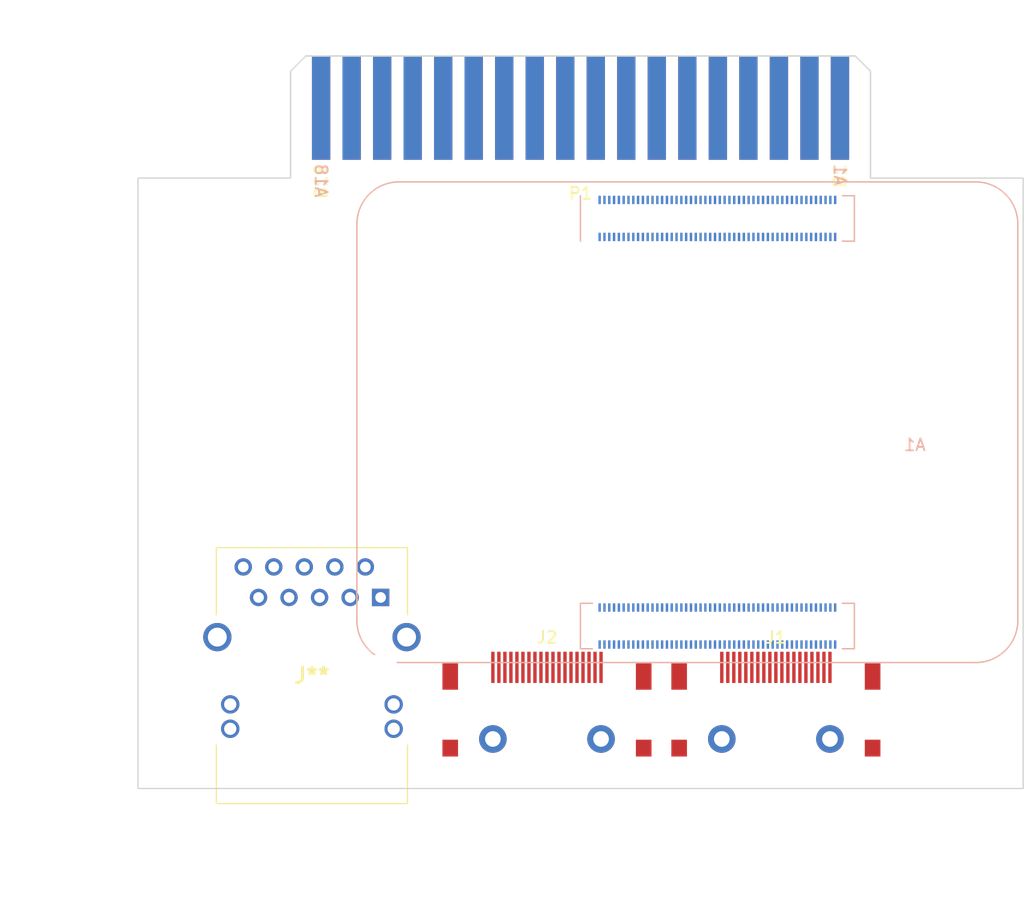
<source format=kicad_pcb>
(kicad_pcb (version 20211014) (generator pcbnew)
  (title_block (title "1240-Pi ROM Pack") (date "2022-05-21") (rev "1.0") (company "© 2022 Sam Hanes, licensed under CERN-OHL-S v2+") (comment 1 "https://github.com/Elemecca/1240pi"))
  (layers (0 "F.Cu" signal) (1 "In1.Cu" signal) (2 "In2.Cu" signal) (31 "B.Cu" signal) (34 "B.Paste" user) (35 "F.Paste" user) (36 "B.SilkS" user "B.Silkscreen") (37 "F.SilkS" user "F.Silkscreen") (38 "B.Mask" user) (39 "F.Mask" user) (44 "Edge.Cuts" user))
  (net 0 "")
  (net 1 "GND")
  (net 2 "+5V")
  (net 3 "/C_A13")
  (net 4 "/C_A14")
  (net 5 "/C_A15")
  (net 6 "/C_D3")
  (net 7 "/C_D4")
  (net 8 "/C_D5")
  (net 9 "/C_D6")
  (net 10 "/C_D7")
  (net 11 "/C_~{CS0}")
  (net 12 "/C_~{CS3}")
  (net 13 "/C_A10")
  (net 14 "/C_~{OE}")
  (net 15 "/C_A11")
  (net 16 "/C_D0")
  (net 17 "/C_D1")
  (net 18 "/C_~{CS1}")
  (net 19 "/C_SEL1")
  (net 20 "/C_SEL0")
  (net 21 "/C_A2")
  (net 22 "/C_A3")
  (net 23 "/C_A4")
  (net 24 "/C_A5")
  (net 25 "/C_A6")
  (net 26 "/C_A7")
  (net 27 "/C_A8")
  (net 28 "/C_A9")
  (net 29 "/C_~{WE}")
  (net 30 "/C_D2")
  (net 31 "/C_A12")
  (net 32 "/C_A0")
  (net 33 "/C_A1")
  (net 34 "/C_~{CS2}")
  (net 56 "/PI_GPIO_VREF")
  (footprint "0Local:CNC_2000-1-2-41-00-BK" (layer "F.Cu") (at 168.656 104.22)
    (fp_text reference "J1" (at 0 -2.5 unlocked) (layer "F.SilkS"))
    (fp_text value "HDMI_A")
    (pad "1" smd rect (at 4.5 0) (size 0.28 2.6) (layers "F.Cu" "F.Paste" "F.Mask"))
    (pad "2" smd rect (at 4 0) (size 0.28 2.6) (layers "F.Cu" "F.Paste" "F.Mask") (net 1 "GND"))
    (pad "3" smd rect (at 3.5 0) (size 0.28 2.6) (layers "F.Cu" "F.Paste" "F.Mask"))
    (pad "4" smd rect (at 3 0) (size 0.28 2.6) (layers "F.Cu" "F.Paste" "F.Mask"))
    (pad "5" smd rect (at 2.5 0) (size 0.28 2.6) (layers "F.Cu" "F.Paste" "F.Mask") (net 1 "GND"))
    (pad "6" smd rect (at 2 0) (size 0.28 2.6) (layers "F.Cu" "F.Paste" "F.Mask"))
    (pad "7" smd rect (at 1.5 0) (size 0.28 2.6) (layers "F.Cu" "F.Paste" "F.Mask"))
    (pad "8" smd rect (at 1 0) (size 0.28 2.6) (layers "F.Cu" "F.Paste" "F.Mask") (net 1 "GND"))
    (pad "9" smd rect (at 0.5 0) (size 0.28 2.6) (layers "F.Cu" "F.Paste" "F.Mask"))
    (pad "10" smd rect (at 0 0) (size 0.28 2.6) (layers "F.Cu" "F.Paste" "F.Mask"))
    (pad "11" smd rect (at -0.5 0) (size 0.28 2.6) (layers "F.Cu" "F.Paste" "F.Mask") (net 1 "GND"))
    (pad "12" smd rect (at -1 0) (size 0.28 2.6) (layers "F.Cu" "F.Paste" "F.Mask"))
    (pad "13" smd rect (at -1.5 0) (size 0.28 2.6) (layers "F.Cu" "F.Paste" "F.Mask"))
    (pad "14" smd rect (at -2 0) (size 0.28 2.6) (layers "F.Cu" "F.Paste" "F.Mask"))
    (pad "15" smd rect (at -2.5 0) (size 0.28 2.6) (layers "F.Cu" "F.Paste" "F.Mask"))
    (pad "16" smd rect (at -3 0) (size 0.28 2.6) (layers "F.Cu" "F.Paste" "F.Mask"))
    (pad "17" smd rect (at -3.5 0) (size 0.28 2.6) (layers "F.Cu" "F.Paste" "F.Mask") (net 1 "GND"))
    (pad "18" smd rect (at -4 0) (size 0.28 2.6) (layers "F.Cu" "F.Paste" "F.Mask"))
    (pad "19" smd rect (at -4.5 0) (size 0.28 2.6) (layers "F.Cu" "F.Paste" "F.Mask"))
    (pad "SHLD" smd rect (at 8.05 0.76) (size 1.3 2.2) (layers "F.Cu" "F.Paste" "F.Mask"))
    (pad "SHLD" smd rect (at -8.05 6.72) (size 1.3 1.4) (layers "F.Cu" "F.Paste" "F.Mask"))
    (pad "SHLD" smd rect (at 8.05 6.72) (size 1.3 1.4) (layers "F.Cu" "F.Paste" "F.Mask"))
    (pad "SHLD" thru_hole circle (at -4.5 5.96) (size 2.3 2.3) (drill 1.3) (layers *.Cu *.Mask))
    (pad "SHLD" thru_hole circle (at 4.5 5.96) (size 2.3 2.3) (drill 1.3) (layers *.Cu *.Mask))
    (pad "SHLD" smd rect (at -8.05 0.76) (size 1.3 2.2) (layers "F.Cu" "F.Paste" "F.Mask"))
  )
  (footprint "0Local:Abracon_ARJM11D7-502-AB-EW2" (layer "F.Cu") (at 135.763 98.402)
    (fp_text reference "J**" (at -5.715 6.5) (layer "F.SilkS") (effects (font (size 1.27 1.27) (thickness 0.254))))
    (fp_text value "Abracon_ARJM11D7-502-AB-EW2" hide)
    (fp_line (start -13.665 12.21) (end -13.665 12.21) (layer "F.SilkS") (width 0.1))
    (fp_line (start 2.235 17.15) (end 2.235 12.21) (layer "F.SilkS") (width 0.1))
    (fp_line (start 2.235 -4.15) (end 2.235 -4.15) (layer "F.SilkS") (width 0.1))
    (fp_line (start -13.665 1.46) (end -13.665 -4.15) (layer "F.SilkS") (width 0.1))
    (fp_line (start -13.665 17.15) (end -13.665 17.15) (layer "F.SilkS") (width 0.1))
    (fp_line (start 2.235 -4.15) (end 2.235 -4.15) (layer "F.SilkS") (width 0.1))
    (fp_line (start -13.665 12.21) (end -13.665 17.15) (layer "F.SilkS") (width 0.1))
    (fp_line (start -13.665 17.15) (end 2.16 17.15) (layer "F.SilkS") (width 0.1))
    (fp_line (start 2.235 -4.15) (end 2.235 1.46) (layer "F.SilkS") (width 0.1))
    (fp_line (start 2.235 12.21) (end 2.235 17.15) (layer "F.SilkS") (width 0.1))
    (fp_line (start 2.235 12.21) (end 2.235 12.21) (layer "F.SilkS") (width 0.1))
    (fp_line (start 2.235 17.15) (end 2.235 17.15) (layer "F.SilkS") (width 0.1))
    (fp_line (start 2.235 1.46) (end 2.235 1.46) (layer "F.SilkS") (width 0.1))
    (fp_line (start -13.665 -4.15) (end -13.665 -4.15) (layer "F.SilkS") (width 0.1))
    (fp_line (start -13.665 -4.15) (end -13.665 -4.15) (layer "F.SilkS") (width 0.1))
    (fp_line (start 2.16 17.15) (end 2.16 17.15) (layer "F.SilkS") (width 0.1))
    (fp_line (start -13.665 -4.15) (end -13.665 1.46) (layer "F.SilkS") (width 0.1))
    (fp_line (start -13.665 1.46) (end -13.665 1.46) (layer "F.SilkS") (width 0.1))
    (fp_line (start -13.665 17.15) (end -13.665 17.15) (layer "F.SilkS") (width 0.1))
    (fp_line (start 2.16 17.15) (end -13.665 17.15) (layer "F.SilkS") (width 0.1))
    (fp_line (start 2.235 1.46) (end 2.235 -4.15) (layer "F.SilkS") (width 0.1))
    (fp_line (start -13.665 -4.15) (end 2.235 -4.15) (layer "F.SilkS") (width 0.1))
    (fp_line (start 2.235 -4.15) (end -13.665 -4.15) (layer "F.SilkS") (width 0.1))
    (fp_line (start -13.665 17.15) (end -13.665 12.21) (layer "F.SilkS") (width 0.1))
    (pad "" np_thru_hole circle (at -11.43 6.35) (size 3.25 3.25) (drill 3.25) (layers *.Cu *.Mask))
    (pad "" np_thru_hole circle (at 0 6.35) (size 3.25 3.25) (drill 3.25) (layers *.Cu *.Mask))
    (pad "1" thru_hole rect (at 0 0) (size 1.446 1.446) (drill 0.89) (layers *.Cu *.Mask))
    (pad "2" thru_hole circle (at -1.27 -2.54) (size 1.446 1.446) (drill 0.89) (layers *.Cu *.Mask))
    (pad "3" thru_hole circle (at -2.54 0) (size 1.446 1.446) (drill 0.89) (layers *.Cu *.Mask))
    (pad "4" thru_hole circle (at -3.81 -2.54) (size 1.446 1.446) (drill 0.89) (layers *.Cu *.Mask))
    (pad "5" thru_hole circle (at -5.08 0) (size 1.446 1.446) (drill 0.89) (layers *.Cu *.Mask))
    (pad "6" thru_hole circle (at -6.35 -2.54) (size 1.446 1.446) (drill 0.89) (layers *.Cu *.Mask))
    (pad "7" thru_hole circle (at -7.62 0) (size 1.446 1.446) (drill 0.89) (layers *.Cu *.Mask))
    (pad "8" thru_hole circle (at -8.89 -2.54) (size 1.446 1.446) (drill 0.89) (layers *.Cu *.Mask))
    (pad "9" thru_hole circle (at -10.16 0) (size 1.446 1.446) (drill 0.89) (layers *.Cu *.Mask))
    (pad "10" thru_hole circle (at -11.43 -2.54) (size 1.446 1.446) (drill 0.89) (layers *.Cu *.Mask))
    (pad "L1" thru_hole circle (at -12.515 8.9) (size 1.53 1.53) (drill 1.02) (layers *.Cu *.Mask))
    (pad "L2" thru_hole circle (at -12.515 10.93) (size 1.53 1.53) (drill 1.02) (layers *.Cu *.Mask))
    (pad "L3" thru_hole circle (at 1.085 8.9) (size 1.53 1.53) (drill 1.02) (layers *.Cu *.Mask))
    (pad "L4" thru_hole circle (at 1.085 10.93) (size 1.53 1.53) (drill 1.02) (layers *.Cu *.Mask))
    (pad "MH1" thru_hole circle (at -13.59 3.3) (size 2.355 2.355) (drill 1.57) (layers *.Cu *.Mask))
    (pad "MH2" thru_hole circle (at 2.16 3.3) (size 2.355 2.355) (drill 1.57) (layers *.Cu *.Mask))
  )
  (footprint "0Local:CNC_2000-1-2-41-00-BK" (layer "F.Cu") (at 149.606 104.22)
    (fp_text reference "J2" (at 0 -2.5 unlocked) (layer "F.SilkS"))
    (fp_text value "HDMI_A")
    (pad "1" smd rect (at 4.5 0) (size 0.28 2.6) (layers "F.Cu" "F.Paste" "F.Mask"))
    (pad "2" smd rect (at 4 0) (size 0.28 2.6) (layers "F.Cu" "F.Paste" "F.Mask") (net 1 "GND"))
    (pad "3" smd rect (at 3.5 0) (size 0.28 2.6) (layers "F.Cu" "F.Paste" "F.Mask"))
    (pad "4" smd rect (at 3 0) (size 0.28 2.6) (layers "F.Cu" "F.Paste" "F.Mask"))
    (pad "5" smd rect (at 2.5 0) (size 0.28 2.6) (layers "F.Cu" "F.Paste" "F.Mask") (net 1 "GND"))
    (pad "6" smd rect (at 2 0) (size 0.28 2.6) (layers "F.Cu" "F.Paste" "F.Mask"))
    (pad "7" smd rect (at 1.5 0) (size 0.28 2.6) (layers "F.Cu" "F.Paste" "F.Mask"))
    (pad "8" smd rect (at 1 0) (size 0.28 2.6) (layers "F.Cu" "F.Paste" "F.Mask") (net 1 "GND"))
    (pad "9" smd rect (at 0.5 0) (size 0.28 2.6) (layers "F.Cu" "F.Paste" "F.Mask"))
    (pad "10" smd rect (at 0 0) (size 0.28 2.6) (layers "F.Cu" "F.Paste" "F.Mask"))
    (pad "11" smd rect (at -0.5 0) (size 0.28 2.6) (layers "F.Cu" "F.Paste" "F.Mask") (net 1 "GND"))
    (pad "12" smd rect (at -1 0) (size 0.28 2.6) (layers "F.Cu" "F.Paste" "F.Mask"))
    (pad "13" smd rect (at -1.5 0) (size 0.28 2.6) (layers "F.Cu" "F.Paste" "F.Mask"))
    (pad "14" smd rect (at -2 0) (size 0.28 2.6) (layers "F.Cu" "F.Paste" "F.Mask"))
    (pad "15" smd rect (at -2.5 0) (size 0.28 2.6) (layers "F.Cu" "F.Paste" "F.Mask"))
    (pad "16" smd rect (at -3 0) (size 0.28 2.6) (layers "F.Cu" "F.Paste" "F.Mask"))
    (pad "17" smd rect (at -3.5 0) (size 0.28 2.6) (layers "F.Cu" "F.Paste" "F.Mask") (net 1 "GND"))
    (pad "18" smd rect (at -4 0) (size 0.28 2.6) (layers "F.Cu" "F.Paste" "F.Mask"))
    (pad "19" smd rect (at -4.5 0) (size 0.28 2.6) (layers "F.Cu" "F.Paste" "F.Mask"))
    (pad "SHLD" thru_hole circle (at 4.5 5.96) (size 2.3 2.3) (drill 1.3) (layers *.Cu *.Mask))
    (pad "SHLD" smd rect (at 8.05 6.72) (size 1.3 1.4) (layers "F.Cu" "F.Paste" "F.Mask"))
    (pad "SHLD" smd rect (at -8.05 0.76) (size 1.3 2.2) (layers "F.Cu" "F.Paste" "F.Mask"))
    (pad "SHLD" smd rect (at -8.05 6.72) (size 1.3 1.4) (layers "F.Cu" "F.Paste" "F.Mask"))
    (pad "SHLD" smd rect (at 8.05 0.76) (size 1.3 2.2) (layers "F.Cu" "F.Paste" "F.Mask"))
    (pad "SHLD" thru_hole circle (at -4.5 5.96) (size 2.3 2.3) (drill 1.3) (layers *.Cu *.Mask))
  )
  (footprint "0Local:CardEdge_18x2" (layer "B.Cu") (at 152.4 63.5 180)
    (fp_text reference "P1" (at 0 -1.27 unlocked) (layer "F.SilkS"))
    (fp_text value "CardEdge_ROMPACK")
    (fp_text user "A18" (at 21.59 1.27 270 unlocked) (layer "B.SilkS") (effects (justify right mirror)))
    (fp_text user "A1" (at -21.59 1.27 270 unlocked) (layer "B.SilkS") (effects (justify right mirror)))
    (fp_text user "B1" (at -21.59 1.27 90 unlocked) (layer "F.SilkS") (effects (justify right)))
    (fp_text user "B18" (at 21.59 1.27 90 unlocked) (layer "F.SilkS") (effects (justify right)))
    (fp_line (start 24.13 0) (end 24.13 8.89) (layer "Edge.Cuts") (width 0.12))
    (fp_line (start 24.13 8.89) (end 22.86 10.16) (layer "Edge.Cuts") (width 0.12))
    (fp_line (start 22.86 10.16) (end -22.86 10.16) (layer "Edge.Cuts") (width 0.12))
    (fp_line (start -22.86 10.16) (end -24.13 8.89) (layer "Edge.Cuts") (width 0.12))
    (fp_line (start -24.13 8.89) (end -24.13 0) (layer "Edge.Cuts") (width 0.12))
    (pad "A1" connect rect (at -21.59 5.842 180) (size 1.524 8.636) (layers "B.Cu" "B.Mask") (net 1 "GND"))
    (pad "A2" connect rect (at -19.05 5.842 180) (size 1.524 8.636) (layers "B.Cu" "B.Mask") (net 3 "/C_A13"))
    (pad "A3" connect rect (at -16.51 5.842 180) (size 1.524 8.636) (layers "B.Cu" "B.Mask") (net 4 "/C_A14"))
    (pad "A4" connect rect (at -13.97 5.842 180) (size 1.524 8.636) (layers "B.Cu" "B.Mask") (net 5 "/C_A15"))
    (pad "A5" connect rect (at -11.43 5.842 180) (size 1.524 8.636) (layers "B.Cu" "B.Mask") (net 6 "/C_D3"))
    (pad "A6" connect rect (at -8.89 5.842 180) (size 1.524 8.636) (layers "B.Cu" "B.Mask") (net 7 "/C_D4"))
    (pad "A7" connect rect (at -6.35 5.842 180) (size 1.524 8.636) (layers "B.Cu" "B.Mask") (net 8 "/C_D5"))
    (pad "A8" connect rect (at -3.81 5.842 180) (size 1.524 8.636) (layers "B.Cu" "B.Mask") (net 9 "/C_D6"))
    (pad "A9" connect rect (at -1.27 5.842 180) (size 1.524 8.636) (layers "B.Cu" "B.Mask") (net 10 "/C_D7"))
    (pad "A10" connect rect (at 1.27 5.842 180) (size 1.524 8.636) (layers "B.Cu" "B.Mask") (net 11 "/C_~{CS0}"))
    (pad "A11" connect rect (at 3.81 5.842 180) (size 1.524 8.636) (layers "B.Cu" "B.Mask") (net 12 "/C_~{CS3}"))
    (pad "A12" connect rect (at 6.35 5.842 180) (size 1.524 8.636) (layers "B.Cu" "B.Mask") (net 13 "/C_A10"))
    (pad "A13" connect rect (at 8.89 5.842 180) (size 1.524 8.636) (layers "B.Cu" "B.Mask") (net 14 "/C_~{OE}"))
    (pad "A14" connect rect (at 11.43 5.842 180) (size 1.524 8.636) (layers "B.Cu" "B.Mask") (net 15 "/C_A11"))
    (pad "A15" connect rect (at 13.97 5.842 180) (size 1.524 8.636) (layers "B.Cu" "B.Mask") (net 16 "/C_D0"))
    (pad "A16" connect rect (at 16.51 5.842 180) (size 1.524 8.636) (layers "B.Cu" "B.Mask") (net 17 "/C_D1"))
    (pad "A17" connect rect (at 19.05 5.842 180) (size 1.524 8.636) (layers "B.Cu" "B.Mask") (net 18 "/C_~{CS1}"))
    (pad "A18" connect rect (at 21.59 5.842 180) (size 1.524 8.636) (layers "B.Cu" "B.Mask") (net 1 "GND"))
    (pad "B1" connect rect (at -21.59 5.842 180) (size 1.524 8.636) (layers "F.Cu" "F.Mask") (net 2 "+5V"))
    (pad "B2" connect rect (at -19.05 5.842 180) (size 1.524 8.636) (layers "F.Cu" "F.Mask") (net 19 "/C_SEL1"))
    (pad "B3" connect rect (at -16.51 5.842 180) (size 1.524 8.636) (layers "F.Cu" "F.Mask") (net 20 "/C_SEL0"))
    (pad "B4" connect rect (at -13.97 5.842 180) (size 1.524 8.636) (layers "F.Cu" "F.Mask") (net 21 "/C_A2"))
    (pad "B5" connect rect (at -11.43 5.842 180) (size 1.524 8.636) (layers "F.Cu" "F.Mask") (net 22 "/C_A3"))
    (pad "B6" connect rect (at -8.89 5.842 180) (size 1.524 8.636) (layers "F.Cu" "F.Mask") (net 23 "/C_A4"))
    (pad "B7" connect rect (at -6.35 5.842 180) (size 1.524 8.636) (layers "F.Cu" "F.Mask") (net 24 "/C_A5"))
    (pad "B8" connect rect (at -3.81 5.842 180) (size 1.524 8.636) (layers "F.Cu" "F.Mask") (net 25 "/C_A6"))
    (pad "B9" connect rect (at -1.27 5.842 180) (size 1.524 8.636) (layers "F.Cu" "F.Mask") (net 26 "/C_A7"))
    (pad "B10" connect rect (at 1.27 5.842 180) (size 1.524 8.636) (layers "F.Cu" "F.Mask") (net 27 "/C_A8"))
    (pad "B11" connect rect (at 3.81 5.842 180) (size 1.524 8.636) (layers "F.Cu" "F.Mask") (net 28 "/C_A9"))
    (pad "B12" connect rect (at 6.35 5.842 180) (size 1.524 8.636) (layers "F.Cu" "F.Mask") (net 29 "/C_~{WE}"))
    (pad "B13" connect rect (at 8.89 5.842 180) (size 1.524 8.636) (layers "F.Cu" "F.Mask") (net 30 "/C_D2"))
    (pad "B14" connect rect (at 11.43 5.842 180) (size 1.524 8.636) (layers "F.Cu" "F.Mask") (net 31 "/C_A12"))
    (pad "B15" connect rect (at 13.97 5.842 180) (size 1.524 8.636) (layers "F.Cu" "F.Mask") (net 32 "/C_A0"))
    (pad "B16" connect rect (at 16.51 5.842 180) (size 1.524 8.636) (layers "F.Cu" "F.Mask") (net 33 "/C_A1"))
    (pad "B17" connect rect (at 19.05 5.842 180) (size 1.524 8.636) (layers "F.Cu" "F.Mask") (net 34 "/C_~{CS2}"))
    (pad "B18" connect rect (at 21.59 5.842 180) (size 1.524 8.636) (layers "F.Cu" "F.Mask") (net 2 "+5V"))
  )
  (footprint "0Local:RaspberryPi_CM4" (layer "B.Cu") (at 185.290003 67.320008 -90)
    (fp_text reference "A1" (at 18.38 5.08 180) (layer "B.SilkS") (effects (justify mirror)))
    (fp_text value "RaspberryPi_CM4")
    (fp_line (start 1.43 10.1) (end 1.43 11.1) (layer "B.SilkS") (width 0.12))
    (fp_line (start 35.35 32.9) (end 35.35 31.9) (layer "B.SilkS") (width 0.12))
    (fp_line (start 0 -3.5) (end 33 -3.5) (layer "B.SilkS") (width 0.12))
    (fp_line (start -3.5 48) (end -3.5 0) (layer "B.SilkS") (width 0.12))
    (fp_line (start 36.5 0) (end 36.5 48) (layer "B.SilkS") (width 0.12))
    (fp_line (start 31.57 32.9) (end 31.57 31.9) (layer "B.SilkS") (width 0.12))
    (fp_line (start 31.57 32.9) (end 35.35 32.9) (layer "B.SilkS") (width 0.12))
    (fp_line (start -2.35 10.1) (end 1.43 10.1) (layer "B.SilkS") (width 0.12))
    (fp_line (start -2.35 10.1) (end -2.35 11.1) (layer "B.SilkS") (width 0.12))
    (fp_line (start 31.57 10.1) (end 31.57 11.1) (layer "B.SilkS") (width 0.12))
    (fp_line (start -2.35 32.9) (end 1.43 32.9) (layer "B.SilkS") (width 0.12))
    (fp_line (start 33 51.5) (end 0 51.5) (layer "B.SilkS") (width 0.12))
    (fp_line (start 31.57 10.1) (end 35.35 10.1) (layer "B.SilkS") (width 0.12))
    (fp_line (start 35.35 10.1) (end 35.35 11.1) (layer "B.SilkS") (width 0.12))
    (fp_arc (start -3.5 0) (mid -2.474874 -2.474874) (end 0 -3.5) (layer "B.SilkS") (width 0.12))
    (fp_arc (start 33 -3.5) (mid 35.474874 -2.474874) (end 36.5 0) (layer "B.SilkS") (width 0.12))
    (fp_arc (start 0 51.5) (mid -2.474874 50.474874) (end -3.5 48) (layer "B.SilkS") (width 0.12))
    (fp_arc (start 36.5 48) (mid 35.474874 50.474874) (end 33 51.5) (layer "B.SilkS") (width 0.12))
    (pad "" np_thru_hole circle (at 0 0 270) (size 2.7 2.7) (drill 2.7) (layers *.Cu *.Mask) (clearance 1.7))
    (pad "" np_thru_hole circle (at 33 0 270) (size 2.7 2.7) (drill 2.7) (layers *.Cu *.Mask) (clearance 1.7))
    (pad "" np_thru_hole circle (at 0 48 270) (size 2.7 2.7) (drill 2.7) (layers *.Cu *.Mask) (clearance 1.7))
    (pad "1" smd rect (at -2 31.3) (size 0.2 0.7) (layers "B.Cu" "B.Paste" "B.Mask") (net 1 "GND"))
    (pad "2" smd rect (at 1.08 31.3) (size 0.2 0.7) (layers "B.Cu" "B.Paste" "B.Mask") (net 1 "GND"))
    (pad "3" smd rect (at -2 30.9) (size 0.2 0.7) (layers "B.Cu" "B.Paste" "B.Mask"))
    (pad "4" smd rect (at 1.08 30.9) (size 0.2 0.7) (layers "B.Cu" "B.Paste" "B.Mask"))
    (pad "5" smd rect (at -2 30.5) (size 0.2 0.7) (layers "B.Cu" "B.Paste" "B.Mask"))
    (pad "6" smd rect (at 1.08 30.5) (size 0.2 0.7) (layers "B.Cu" "B.Paste" "B.Mask"))
    (pad "7" smd rect (at -2 30.1) (size 0.2 0.7) (layers "B.Cu" "B.Paste" "B.Mask") (net 1 "GND"))
    (pad "8" smd rect (at 1.08 30.1) (size 0.2 0.7) (layers "B.Cu" "B.Paste" "B.Mask") (net 1 "GND"))
    (pad "9" smd rect (at -2 29.7) (size 0.2 0.7) (layers "B.Cu" "B.Paste" "B.Mask"))
    (pad "10" smd rect (at 1.08 29.7) (size 0.2 0.7) (layers "B.Cu" "B.Paste" "B.Mask"))
    (pad "11" smd rect (at -2 29.3) (size 0.2 0.7) (layers "B.Cu" "B.Paste" "B.Mask"))
    (pad "12" smd rect (at 1.08 29.3) (size 0.2 0.7) (layers "B.Cu" "B.Paste" "B.Mask"))
    (pad "13" smd rect (at -2 28.9) (size 0.2 0.7) (layers "B.Cu" "B.Paste" "B.Mask") (net 1 "GND"))
    (pad "14" smd rect (at 1.08 28.9) (size 0.2 0.7) (layers "B.Cu" "B.Paste" "B.Mask") (net 1 "GND"))
    (pad "15" smd rect (at -2 28.5) (size 0.2 0.7) (layers "B.Cu" "B.Paste" "B.Mask"))
    (pad "16" smd rect (at 1.08 28.5) (size 0.2 0.7) (layers "B.Cu" "B.Paste" "B.Mask"))
    (pad "17" smd rect (at -2 28.1) (size 0.2 0.7) (layers "B.Cu" "B.Paste" "B.Mask"))
    (pad "18" smd rect (at 1.08 28.1) (size 0.2 0.7) (layers "B.Cu" "B.Paste" "B.Mask"))
    (pad "19" smd rect (at -2 27.7) (size 0.2 0.7) (layers "B.Cu" "B.Paste" "B.Mask"))
    (pad "20" smd rect (at 1.08 27.7) (size 0.2 0.7) (layers "B.Cu" "B.Paste" "B.Mask"))
    (pad "21" smd rect (at -2 27.3) (size 0.2 0.7) (layers "B.Cu" "B.Paste" "B.Mask"))
    (pad "22" smd rect (at 1.08 27.3) (size 0.2 0.7) (layers "B.Cu" "B.Paste" "B.Mask") (net 1 "GND"))
    (pad "23" smd rect (at -2 26.9) (size 0.2 0.7) (layers "B.Cu" "B.Paste" "B.Mask") (net 1 "GND"))
    (pad "24" smd rect (at 1.08 26.9) (size 0.2 0.7) (layers "B.Cu" "B.Paste" "B.Mask"))
    (pad "25" smd rect (at -2 26.5) (size 0.2 0.7) (layers "B.Cu" "B.Paste" "B.Mask"))
    (pad "26" smd rect (at 1.08 26.5) (size 0.2 0.7) (layers "B.Cu" "B.Paste" "B.Mask"))
    (pad "27" smd rect (at -2 26.1) (size 0.2 0.7) (layers "B.Cu" "B.Paste" "B.Mask"))
    (pad "28" smd rect (at 1.08 26.1) (size 0.2 0.7) (layers "B.Cu" "B.Paste" "B.Mask"))
    (pad "29" smd rect (at -2 25.7) (size 0.2 0.7) (layers "B.Cu" "B.Paste" "B.Mask"))
    (pad "30" smd rect (at 1.08 25.7) (size 0.2 0.7) (layers "B.Cu" "B.Paste" "B.Mask"))
    (pad "31" smd rect (at -2 25.3) (size 0.2 0.7) (layers "B.Cu" "B.Paste" "B.Mask"))
    (pad "32" smd rect (at 1.08 25.3) (size 0.2 0.7) (layers "B.Cu" "B.Paste" "B.Mask") (net 1 "GND"))
    (pad "33" smd rect (at -2 24.9) (size 0.2 0.7) (layers "B.Cu" "B.Paste" "B.Mask") (net 1 "GND"))
    (pad "34" smd rect (at 1.08 24.9) (size 0.2 0.7) (layers "B.Cu" "B.Paste" "B.Mask"))
    (pad "35" smd rect (at -2 24.5) (size 0.2 0.7) (layers "B.Cu" "B.Paste" "B.Mask"))
    (pad "36" smd rect (at 1.08 24.5) (size 0.2 0.7) (layers "B.Cu" "B.Paste" "B.Mask"))
    (pad "37" smd rect (at -2 24.1) (size 0.2 0.7) (layers "B.Cu" "B.Paste" "B.Mask"))
    (pad "38" smd rect (at 1.08 24.1) (size 0.2 0.7) (layers "B.Cu" "B.Paste" "B.Mask"))
    (pad "39" smd rect (at -2 23.7) (size 0.2 0.7) (layers "B.Cu" "B.Paste" "B.Mask"))
    (pad "40" smd rect (at 1.08 23.7) (size 0.2 0.7) (layers "B.Cu" "B.Paste" "B.Mask"))
    (pad "41" smd rect (at -2 23.3) (size 0.2 0.7) (layers "B.Cu" "B.Paste" "B.Mask"))
    (pad "42" smd rect (at 1.08 23.3) (size 0.2 0.7) (layers "B.Cu" "B.Paste" "B.Mask") (net 1 "GND"))
    (pad "43" smd rect (at -2 22.9) (size 0.2 0.7) (layers "B.Cu" "B.Paste" "B.Mask") (net 1 "GND"))
    (pad "44" smd rect (at 1.08 22.9) (size 0.2 0.7) (layers "B.Cu" "B.Paste" "B.Mask"))
    (pad "45" smd rect (at -2 22.5) (size 0.2 0.7) (layers "B.Cu" "B.Paste" "B.Mask"))
    (pad "46" smd rect (at 1.08 22.5) (size 0.2 0.7) (layers "B.Cu" "B.Paste" "B.Mask"))
    (pad "47" smd rect (at -2 22.1) (size 0.2 0.7) (layers "B.Cu" "B.Paste" "B.Mask"))
    (pad "48" smd rect (at 1.08 22.1) (size 0.2 0.7) (layers "B.Cu" "B.Paste" "B.Mask"))
    (pad "49" smd rect (at -2 21.7) (size 0.2 0.7) (layers "B.Cu" "B.Paste" "B.Mask"))
    (pad "50" smd rect (at 1.08 21.7) (size 0.2 0.7) (layers "B.Cu" "B.Paste" "B.Mask"))
    (pad "51" smd rect (at -2 21.3) (size 0.2 0.7) (layers "B.Cu" "B.Paste" "B.Mask"))
    (pad "52" smd rect (at 1.08 21.3) (size 0.2 0.7) (layers "B.Cu" "B.Paste" "B.Mask") (net 1 "GND"))
    (pad "53" smd rect (at -2 20.9) (size 0.2 0.7) (layers "B.Cu" "B.Paste" "B.Mask") (net 1 "GND"))
    (pad "54" smd rect (at 1.08 20.9) (size 0.2 0.7) (layers "B.Cu" "B.Paste" "B.Mask"))
    (pad "55" smd rect (at -2 20.5) (size 0.2 0.7) (layers "B.Cu" "B.Paste" "B.Mask"))
    (pad "56" smd rect (at 1.08 20.5) (size 0.2 0.7) (layers "B.Cu" "B.Paste" "B.Mask"))
    (pad "57" smd rect (at -2 20.1) (size 0.2 0.7) (layers "B.Cu" "B.Paste" "B.Mask"))
    (pad "58" smd rect (at 1.08 20.1) (size 0.2 0.7) (layers "B.Cu" "B.Paste" "B.Mask"))
    (pad "59" smd rect (at -2 19.7) (size 0.2 0.7) (layers "B.Cu" "B.Paste" "B.Mask") (net 1 "GND"))
    (pad "60" smd rect (at 1.08 19.7) (size 0.2 0.7) (layers "B.Cu" "B.Paste" "B.Mask") (net 1 "GND"))
    (pad "61" smd rect (at -2 19.3) (size 0.2 0.7) (layers "B.Cu" "B.Paste" "B.Mask"))
    (pad "62" smd rect (at 1.08 19.3) (size 0.2 0.7) (layers "B.Cu" "B.Paste" "B.Mask"))
    (pad "63" smd rect (at -2 18.9) (size 0.2 0.7) (layers "B.Cu" "B.Paste" "B.Mask"))
    (pad "64" smd rect (at 1.08 18.9) (size 0.2 0.7) (layers "B.Cu" "B.Paste" "B.Mask"))
    (pad "65" smd rect (at -2 18.5) (size 0.2 0.7) (layers "B.Cu" "B.Paste" "B.Mask") (net 1 "GND"))
    (pad "66" smd rect (at 1.08 18.5) (size 0.2 0.7) (layers "B.Cu" "B.Paste" "B.Mask") (net 1 "GND"))
    (pad "67" smd rect (at -2 18.1) (size 0.2 0.7) (layers "B.Cu" "B.Paste" "B.Mask"))
    (pad "68" smd rect (at 1.08 18.1) (size 0.2 0.7) (layers "B.Cu" "B.Paste" "B.Mask"))
    (pad "69" smd rect (at -2 17.7) (size 0.2 0.7) (layers "B.Cu" "B.Paste" "B.Mask"))
    (pad "70" smd rect (at 1.08 17.7) (size 0.2 0.7) (layers "B.Cu" "B.Paste" "B.Mask"))
    (pad "71" smd rect (at -2 17.3) (size 0.2 0.7) (layers "B.Cu" "B.Paste" "B.Mask") (net 1 "GND"))
    (pad "72" smd rect (at 1.08 17.3) (size 0.2 0.7) (layers "B.Cu" "B.Paste" "B.Mask"))
    (pad "73" smd rect (at -2 16.9) (size 0.2 0.7) (layers "B.Cu" "B.Paste" "B.Mask"))
    (pad "74" smd rect (at 1.08 16.9) (size 0.2 0.7) (layers "B.Cu" "B.Paste" "B.Mask") (net 1 "GND"))
    (pad "75" smd rect (at -2 16.5) (size 0.2 0.7) (layers "B.Cu" "B.Paste" "B.Mask"))
    (pad "76" smd rect (at 1.08 16.5) (size 0.2 0.7) (layers "B.Cu" "B.Paste" "B.Mask"))
    (pad "77" smd rect (at -2 16.1) (size 0.2 0.7) (layers "B.Cu" "B.Paste" "B.Mask") (net 2 "+5V"))
    (pad "78" smd rect (at 1.08 16.1) (size 0.2 0.7) (layers "B.Cu" "B.Paste" "B.Mask"))
    (pad "79" smd rect (at -2 15.7) (size 0.2 0.7) (layers "B.Cu" "B.Paste" "B.Mask") (net 2 "+5V"))
    (pad "80" smd rect (at 1.08 15.7) (size 0.2 0.7) (layers "B.Cu" "B.Paste" "B.Mask"))
    (pad "81" smd rect (at -2 15.3) (size 0.2 0.7) (layers "B.Cu" "B.Paste" "B.Mask") (net 2 "+5V"))
    (pad "82" smd rect (at 1.08 15.3) (size 0.2 0.7) (layers "B.Cu" "B.Paste" "B.Mask"))
    (pad "83" smd rect (at -2 14.9) (size 0.2 0.7) (layers "B.Cu" "B.Paste" "B.Mask") (net 2 "+5V"))
    (pad "84" smd rect (at 1.08 14.9) (size 0.2 0.7) (layers "B.Cu" "B.Paste" "B.Mask") (net 56 "/PI_GPIO_VREF"))
    (pad "85" smd rect (at -2 14.5) (size 0.2 0.7) (layers "B.Cu" "B.Paste" "B.Mask") (net 2 "+5V"))
    (pad "86" smd rect (at 1.08 14.5) (size 0.2 0.7) (layers "B.Cu" "B.Paste" "B.Mask") (net 56 "/PI_GPIO_VREF"))
    (pad "87" smd rect (at -2 14.1) (size 0.2 0.7) (layers "B.Cu" "B.Paste" "B.Mask") (net 2 "+5V"))
    (pad "88" smd rect (at 1.08 14.1) (size 0.2 0.7) (layers "B.Cu" "B.Paste" "B.Mask"))
    (pad "89" smd rect (at -2 13.7) (size 0.2 0.7) (layers "B.Cu" "B.Paste" "B.Mask"))
    (pad "90" smd rect (at 1.08 13.7) (size 0.2 0.7) (layers "B.Cu" "B.Paste" "B.Mask"))
    (pad "91" smd rect (at -2 13.3) (size 0.2 0.7) (layers "B.Cu" "B.Paste" "B.Mask"))
    (pad "92" smd rect (at 1.08 13.3) (size 0.2 0.7) (layers "B.Cu" "B.Paste" "B.Mask"))
    (pad "93" smd rect (at -2 12.9) (size 0.2 0.7) (layers "B.Cu" "B.Paste" "B.Mask"))
    (pad "94" smd rect (at 1.08 12.9) (size 0.2 0.7) (layers "B.Cu" "B.Paste" "B.Mask"))
    (pad "95" smd rect (at -2 12.5) (size 0.2 0.7) (layers "B.Cu" "B.Paste" "B.Mask"))
    (pad "96" smd rect (at 1.08 12.5) (size 0.2 0.7) (layers "B.Cu" "B.Paste" "B.Mask"))
    (pad "97" smd rect (at -2 12.1) (size 0.2 0.7) (layers "B.Cu" "B.Paste" "B.Mask"))
    (pad "98" smd rect (at 1.08 12.1) (size 0.2 0.7) (layers "B.Cu" "B.Paste" "B.Mask") (net 1 "GND"))
    (pad "99" smd rect (at -2 11.7) (size 0.2 0.7) (layers "B.Cu" "B.Paste" "B.Mask"))
    (pad "100" smd rect (at 1.08 11.7) (size 0.2 0.7) (layers "B.Cu" "B.Paste" "B.Mask"))
    (pad "101" smd rect (at 31.92 31.3) (size 0.2 0.7) (layers "B.Cu" "B.Paste" "B.Mask"))
    (pad "102" smd rect (at 35 31.3) (size 0.2 0.7) (layers "B.Cu" "B.Paste" "B.Mask"))
    (pad "103" smd rect (at 31.92 30.9) (size 0.2 0.7) (layers "B.Cu" "B.Paste" "B.Mask"))
    (pad "104" smd rect (at 35 30.9) (size 0.2 0.7) (layers "B.Cu" "B.Paste" "B.Mask"))
    (pad "105" smd rect (at 31.92 30.5) (size 0.2 0.7) (layers "B.Cu" "B.Paste" "B.Mask"))
    (pad "106" smd rect (at 35 30.5) (size 0.2 0.7) (layers "B.Cu" "B.Paste" "B.Mask"))
    (pad "107" smd rect (at 31.92 30.1) (size 0.2 0.7) (layers "B.Cu" "B.Paste" "B.Mask") (net 1 "GND"))
    (pad "108" smd rect (at 35 30.1) (size 0.2 0.7) (layers "B.Cu" "B.Paste" "B.Mask") (net 1 "GND"))
    (pad "109" smd rect (at 31.92 29.7) (size 0.2 0.7) (layers "B.Cu" "B.Paste" "B.Mask"))
    (pad "110" smd rect (at 35 29.7) (size 0.2 0.7) (layers "B.Cu" "B.Paste" "B.Mask"))
    (pad "111" smd rect (at 31.92 29.3) (size 0.2 0.7) (layers "B.Cu" "B.Paste" "B.Mask"))
    (pad "112" smd rect (at 35 29.3) (size 0.2 0.7) (layers "B.Cu" "B.Paste" "B.Mask"))
    (pad "113" smd rect (at 31.92 28.9) (size 0.2 0.7) (layers "B.Cu" "B.Paste" "B.Mask") (net 1 "GND"))
    (pad "114" smd rect (at 35 28.9) (size 0.2 0.7) (layers "B.Cu" "B.Paste" "B.Mask") (net 1 "GND"))
    (pad "115" smd rect (at 31.92 28.5) (size 0.2 0.7) (layers "B.Cu" "B.Paste" "B.Mask"))
    (pad "116" smd rect (at 35 28.5) (size 0.2 0.7) (layers "B.Cu" "B.Paste" "B.Mask"))
    (pad "117" smd rect (at 31.92 28.1) (size 0.2 0.7) (layers "B.Cu" "B.Paste" "B.Mask"))
    (pad "118" smd rect (at 35 28.1) (size 0.2 0.7) (layers "B.Cu" "B.Paste" "B.Mask"))
    (pad "119" smd rect (at 31.92 27.7) (size 0.2 0.7) (layers "B.Cu" "B.Paste" "B.Mask") (net 1 "GND"))
    (pad "120" smd rect (at 35 27.7) (size 0.2 0.7) (layers "B.Cu" "B.Paste" "B.Mask") (net 1 "GND"))
    (pad "121" smd rect (at 31.92 27.3) (size 0.2 0.7) (layers "B.Cu" "B.Paste" "B.Mask"))
    (pad "122" smd rect (at 35 27.3) (size 0.2 0.7) (layers "B.Cu" "B.Paste" "B.Mask"))
    (pad "123" smd rect (at 31.92 26.9) (size 0.2 0.7) (layers "B.Cu" "B.Paste" "B.Mask"))
    (pad "124" smd rect (at 35 26.9) (size 0.2 0.7) (layers "B.Cu" "B.Paste" "B.Mask"))
    (pad "125" smd rect (at 31.92 26.5) (size 0.2 0.7) (layers "B.Cu" "B.Paste" "B.Mask") (net 1 "GND"))
    (pad "126" smd rect (at 35 26.5) (size 0.2 0.7) (layers "B.Cu" "B.Paste" "B.Mask") (net 1 "GND"))
    (pad "127" smd rect (at 31.92 26.1) (size 0.2 0.7) (layers "B.Cu" "B.Paste" "B.Mask"))
    (pad "128" smd rect (at 35 26.1) (size 0.2 0.7) (layers "B.Cu" "B.Paste" "B.Mask"))
    (pad "129" smd rect (at 31.92 25.7) (size 0.2 0.7) (layers "B.Cu" "B.Paste" "B.Mask"))
    (pad "130" smd rect (at 35 25.7) (size 0.2 0.7) (layers "B.Cu" "B.Paste" "B.Mask"))
    (pad "131" smd rect (at 31.92 25.3) (size 0.2 0.7) (layers "B.Cu" "B.Paste" "B.Mask") (net 1 "GND"))
    (pad "132" smd rect (at 35 25.3) (size 0.2 0.7) (layers "B.Cu" "B.Paste" "B.Mask") (net 1 "GND"))
    (pad "133" smd rect (at 31.92 24.9) (size 0.2 0.7) (layers "B.Cu" "B.Paste" "B.Mask"))
    (pad "134" smd rect (at 35 24.9) (size 0.2 0.7) (layers "B.Cu" "B.Paste" "B.Mask"))
    (pad "135" smd rect (at 31.92 24.5) (size 0.2 0.7) (layers "B.Cu" "B.Paste" "B.Mask"))
    (pad "136" smd rect (at 35 24.5) (size 0.2 0.7) (layers "B.Cu" "B.Paste" "B.Mask"))
    (pad "137" smd rect (at 31.92 24.1) (size 0.2 0.7) (layers "B.Cu" "B.Paste" "B.Mask") (net 1 "GND"))
    (pad "138" smd rect (at 35 24.1) (size 0.2 0.7) (layers "B.Cu" "B.Paste" "B.Mask") (net 1 "GND"))
    (pad "139" smd rect (at 31.92 23.7) (size 0.2 0.7) (layers "B.Cu" "B.Paste" "B.Mask"))
    (pad "140" smd rect (at 35 23.7) (size 0.2 0.7) (layers "B.Cu" "B.Paste" "B.Mask"))
    (pad "141" smd rect (at 31.92 23.3) (size 0.2 0.7) (layers "B.Cu" "B.Paste" "B.Mask"))
    (pad "142" smd rect (at 35 23.3) (size 0.2 0.7) (layers "B.Cu" "B.Paste" "B.Mask"))
    (pad "143" smd rect (at 31.92 22.9) (size 0.2 0.7) (layers "B.Cu" "B.Paste" "B.Mask"))
    (pad "144" smd rect (at 35 22.9) (size 0.2 0.7) (layers "B.Cu" "B.Paste" "B.Mask") (net 1 "GND"))
    (pad "145" smd rect (at 31.92 22.5) (size 0.2 0.7) (layers "B.Cu" "B.Paste" "B.Mask"))
    (pad "146" smd rect (at 35 22.5) (size 0.2 0.7) (layers "B.Cu" "B.Paste" "B.Mask"))
    (pad "147" smd rect (at 31.92 22.1) (size 0.2 0.7) (layers "B.Cu" "B.Paste" "B.Mask"))
    (pad "148" smd rect (at 35 22.1) (size 0.2 0.7) (layers "B.Cu" "B.Paste" "B.Mask"))
    (pad "149" smd rect (at 31.92 21.7) (size 0.2 0.7) (layers "B.Cu" "B.Paste" "B.Mask"))
    (pad "150" smd rect (at 35 21.7) (size 0.2 0.7) (layers "B.Cu" "B.Paste" "B.Mask") (net 1 "GND"))
    (pad "151" smd rect (at 31.92 21.3) (size 0.2 0.7) (layers "B.Cu" "B.Paste" "B.Mask"))
    (pad "152" smd rect (at 35 21.3) (size 0.2 0.7) (layers "B.Cu" "B.Paste" "B.Mask"))
    (pad "153" smd rect (at 31.92 20.9) (size 0.2 0.7) (layers "B.Cu" "B.Paste" "B.Mask"))
    (pad "154" smd rect (at 35 20.9) (size 0.2 0.7) (layers "B.Cu" "B.Paste" "B.Mask"))
    (pad "155" smd rect (at 31.92 20.5) (size 0.2 0.7) (layers "B.Cu" "B.Paste" "B.Mask") (net 1 "GND"))
    (pad "156" smd rect (at 35 20.5) (size 0.2 0.7) (layers "B.Cu" "B.Paste" "B.Mask") (net 1 "GND"))
    (pad "157" smd rect (at 31.92 20.1) (size 0.2 0.7) (layers "B.Cu" "B.Paste" "B.Mask"))
    (pad "158" smd rect (at 35 20.1) (size 0.2 0.7) (layers "B.Cu" "B.Paste" "B.Mask"))
    (pad "159" smd rect (at 31.92 19.7) (size 0.2 0.7) (layers "B.Cu" "B.Paste" "B.Mask"))
    (pad "160" smd rect (at 35 19.7) (size 0.2 0.7) (layers "B.Cu" "B.Paste" "B.Mask"))
    (pad "161" smd rect (at 31.92 19.3) (size 0.2 0.7) (layers "B.Cu" "B.Paste" "B.Mask") (net 1 "GND"))
    (pad "162" smd rect (at 35 19.3) (size 0.2 0.7) (layers "B.Cu" "B.Paste" "B.Mask") (net 1 "GND"))
    (pad "163" smd rect (at 31.92 18.9) (size 0.2 0.7) (layers "B.Cu" "B.Paste" "B.Mask"))
    (pad "164" smd rect (at 35 18.9) (size 0.2 0.7) (layers "B.Cu" "B.Paste" "B.Mask"))
    (pad "165" smd rect (at 31.92 18.5) (size 0.2 0.7) (layers "B.Cu" "B.Paste" "B.Mask"))
    (pad "166" smd rect (at 35 18.5) (size 0.2 0.7) (layers "B.Cu" "B.Paste" "B.Mask"))
    (pad "167" smd rect (at 31.92 18.1) (size 0.2 0.7) (layers "B.Cu" "B.Paste" "B.Mask") (net 1 "GND"))
    (pad "168" smd rect (at 35 18.1) (size 0.2 0.7) (layers "B.Cu" "B.Paste" "B.Mask") (net 1 "GND"))
    (pad "169" smd rect (at 31.92 17.7) (size 0.2 0.7) (layers "B.Cu" "B.Paste" "B.Mask"))
    (pad "170" smd rect (at 35 17.7) (size 0.2 0.7) (layers "B.Cu" "B.Paste" "B.Mask"))
    (pad "171" smd rect (at 31.92 17.3) (size 0.2 0.7) (layers "B.Cu" "B.Paste" "B.Mask"))
    (pad "172" smd rect (at 35 17.3) (size 0.2 0.7) (layers "B.Cu" "B.Paste" "B.Mask"))
    (pad "173" smd rect (at 31.92 16.9) (size 0.2 0.7) (layers "B.Cu" "B.Paste" "B.Mask") (net 1 "GND"))
    (pad "174" smd rect (at 35 16.9) (size 0.2 0.7) (layers "B.Cu" "B.Paste" "B.Mask") (net 1 "GND"))
    (pad "175" smd rect (at 31.92 16.5) (size 0.2 0.7) (layers "B.Cu" "B.Paste" "B.Mask"))
    (pad "176" smd rect (at 35 16.5) (size 0.2 0.7) (layers "B.Cu" "B.Paste" "B.Mask"))
    (pad "177" smd rect (at 31.92 16.1) (size 0.2 0.7) (layers "B.Cu" "B.Paste" "B.Mask"))
    (pad "178" smd rect (at 35 16.1) (size 0.2 0.7) (layers "B.Cu" "B.Paste" "B.Mask"))
    (pad "179" smd rect (at 31.92 15.7) (size 0.2 0.7) (layers "B.Cu" "B.Paste" "B.Mask") (net 1 "GND"))
    (pad "180" smd rect (at 35 15.7) (size 0.2 0.7) (layers "B.Cu" "B.Paste" "B.Mask") (net 1 "GND"))
    (pad "181" smd rect (at 31.92 15.3) (size 0.2 0.7) (layers "B.Cu" "B.Paste" "B.Mask"))
    (pad "182" smd rect (at 35 15.3) (size 0.2 0.7) (layers "B.Cu" "B.Paste" "B.Mask"))
    (pad "183" smd rect (at 31.92 14.9) (size 0.2 0.7) (layers "B.Cu" "B.Paste" "B.Mask"))
    (pad "184" smd rect (at 35 14.9) (size 0.2 0.7) (layers "B.Cu" "B.Paste" "B.Mask"))
    (pad "185" smd rect (at 31.92 14.5) (size 0.2 0.7) (layers "B.Cu" "B.Paste" "B.Mask") (net 1 "GND"))
    (pad "186" smd rect (at 35 14.5) (size 0.2 0.7) (layers "B.Cu" "B.Paste" "B.Mask") (net 1 "GND"))
    (pad "187" smd rect (at 31.92 14.1) (size 0.2 0.7) (layers "B.Cu" "B.Paste" "B.Mask"))
    (pad "188" smd rect (at 35 14.1) (size 0.2 0.7) (layers "B.Cu" "B.Paste" "B.Mask"))
    (pad "189" smd rect (at 31.92 13.7) (size 0.2 0.7) (layers "B.Cu" "B.Paste" "B.Mask"))
    (pad "190" smd rect (at 35 13.7) (size 0.2 0.7) (layers "B.Cu" "B.Paste" "B.Mask"))
    (pad "191" smd rect (at 31.92 13.3) (size 0.2 0.7) (layers "B.Cu" "B.Paste" "B.Mask") (net 1 "GND"))
    (pad "192" smd rect (at 35 13.3) (size 0.2 0.7) (layers "B.Cu" "B.Paste" "B.Mask") (net 1 "GND"))
    (pad "193" smd rect (at 31.92 12.9) (size 0.2 0.7) (layers "B.Cu" "B.Paste" "B.Mask"))
    (pad "194" smd rect (at 35 12.9) (size 0.2 0.7) (layers "B.Cu" "B.Paste" "B.Mask"))
    (pad "195" smd rect (at 31.92 12.5) (size 0.2 0.7) (layers "B.Cu" "B.Paste" "B.Mask"))
    (pad "196" smd rect (at 35 12.5) (size 0.2 0.7) (layers "B.Cu" "B.Paste" "B.Mask"))
    (pad "197" smd rect (at 31.92 12.1) (size 0.2 0.7) (layers "B.Cu" "B.Paste" "B.Mask") (net 1 "GND"))
    (pad "198" smd rect (at 35 12.1) (size 0.2 0.7) (layers "B.Cu" "B.Paste" "B.Mask") (net 1 "GND"))
    (pad "199" smd rect (at 31.92 11.7) (size 0.2 0.7) (layers "B.Cu" "B.Paste" "B.Mask"))
    (pad "200" smd rect (at 35 11.7) (size 0.2 0.7) (layers "B.Cu" "B.Paste" "B.Mask"))
  )
  (gr_line (start 189.23 114.3) (end 189.23 63.5) (layer "Edge.Cuts") (width 0.1))
  (gr_line (start 189.23 63.5) (end 176.53 63.5) (layer "Edge.Cuts") (width 0.1))
  (gr_line (start 115.57 114.3) (end 189.23 114.3) (layer "Edge.Cuts") (width 0.1))
  (gr_line (start 128.27 63.5) (end 115.57 63.5) (layer "Edge.Cuts") (width 0.1))
  (gr_line (start 115.57 63.5) (end 115.57 114.3) (layer "Edge.Cuts") (width 0.1))
)
</source>
